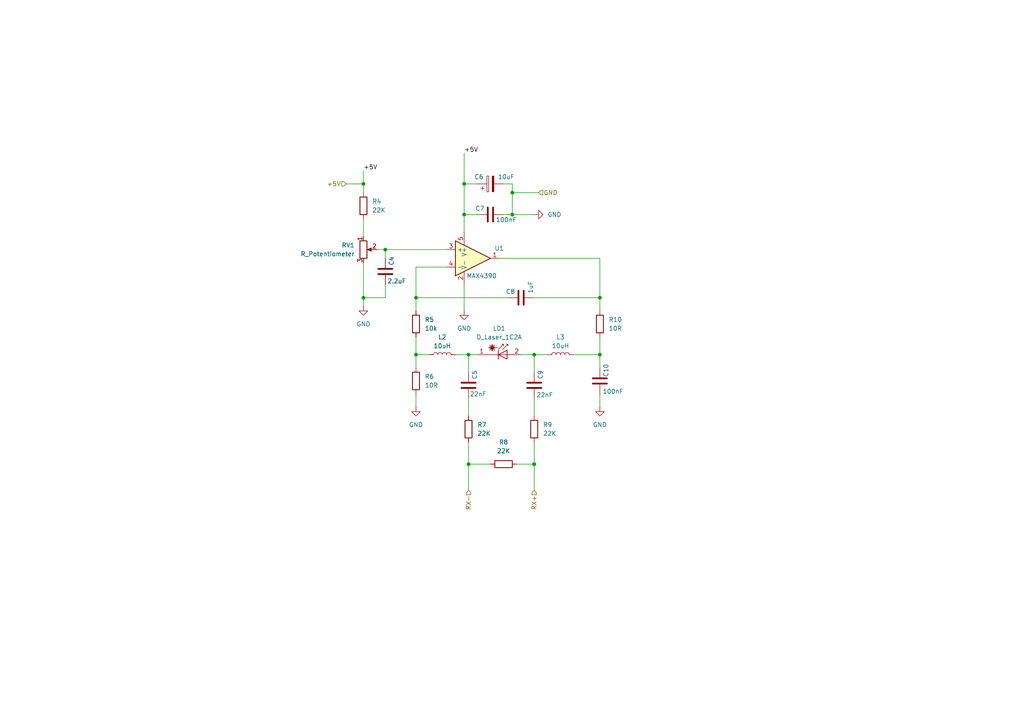
<source format=kicad_sch>
(kicad_sch (version 20231120) (generator "eeschema") (generator_version "8.0")
  (paper "A4")
  (lib_symbols
    (symbol "Device:C" (pin_numbers hide) (pin_names (offset 0.254))
      (property "Reference" "C" (at 0.635 2.54 0))
      (property "Value" "C" (at 0.635 -2.54 0))
      (symbol "C_0_1"
        (polyline (pts (xy -2.032 -0.762) (xy 2.032 -0.762)) (stroke (width 0.508)))
        (polyline (pts (xy -2.032 0.762) (xy 2.032 0.762)) (stroke (width 0.508)))
      )
      (symbol "C_1_1"
        (pin passive line (at 0 3.81 270) (length 2.794) (name "~") (number "1"))
        (pin passive line (at 0 -3.81 90) (length 2.794) (name "~") (number "2"))
      )
    )
    (symbol "Device:C_Polarized" (pin_numbers hide) (pin_names (offset 0.254))
      (property "Reference" "C" (at 0.635 2.54 0))
      (property "Value" "C_Polarized" (at 0.635 -2.54 0))
      (symbol "C_Polarized_0_1"
        (rectangle (start -2.286 0.508) (end 2.286 1.016))
        (polyline (pts (xy -1.778 2.286) (xy -0.762 2.286)))
        (polyline (pts (xy -1.27 2.794) (xy -1.27 1.778)))
        (rectangle (start 2.286 -0.508) (end -2.286 -1.016) (fill (type outline)))
      )
      (symbol "C_Polarized_1_1"
        (pin passive line (at 0 3.81 270) (length 2.794) (name "~") (number "1"))
        (pin passive line (at 0 -3.81 90) (length 2.794) (name "~") (number "2"))
      )
    )
    (symbol "Device:D_Laser_1C2A" (pin_names (offset 1.016) hide)
      (property "Reference" "LD" (at -1.27 4.445 0))
      (property "Value" "D_Laser_1C2A" (at -1.27 -2.54 0))
      (symbol "D_Laser_1C2A_0_1"
        (polyline (pts (xy -4.064 1.27) (xy -2.54 2.794)))
        (polyline (pts (xy -4.064 1.778) (xy -2.54 2.286)))
        (polyline (pts (xy -4.064 2.286) (xy -2.54 1.778)))
        (polyline (pts (xy -4.064 2.794) (xy -2.54 1.27)))
        (polyline (pts (xy -3.556 2.794) (xy -3.048 1.27)))
        (polyline (pts (xy -3.302 2.032) (xy -3.302 1.016)))
        (polyline (pts (xy -3.302 2.032) (xy -3.302 3.048)))
        (polyline (pts (xy -3.048 2.794) (xy -3.556 1.27)))
        (polyline (pts (xy -1.778 2.032) (xy -4.318 2.032)))
        (polyline (pts (xy -1.524 1.27) (xy -1.524 -1.27)) (stroke (width 0.2032)))
        (polyline (pts (xy 1.27 3.048) (xy 0.762 3.048)))
        (polyline (pts (xy 2.54 0) (xy -5.08 0)))
        (polyline (pts (xy -0.254 1.524) (xy 1.27 3.048) (xy 1.27 2.54)))
        (polyline (pts (xy 1.016 1.27) (xy 1.016 -1.27) (xy -1.524 0) (xy 1.016 1.27)) (stroke (width 0.2032)))
        (polyline (pts (xy -1.524 1.524) (xy 0 3.048) (xy 0 2.54) (xy 0 3.048) (xy -0.508 3.048)))
      )
      (symbol "D_Laser_1C2A_1_1"
        (pin passive line (at -7.62 0 0) (length 2.54) (name "K") (number "1"))
        (pin passive line (at 5.08 0 180) (length 2.54) (name "A") (number "2"))
      )
    )
    (symbol "Device:L" (pin_numbers hide) (pin_names (offset 1.016) hide)
      (property "Reference" "L" (at -1.27 0 90))
      (property "Value" "L" (at 1.905 0 90))
      (symbol "L_0_1"
        (arc (start 0 -2.54) (mid 0.6323 -1.905) (end 0 -1.27))
        (arc (start 0 -1.27) (mid 0.6323 -0.635) (end 0 0))
        (arc (start 0 0) (mid 0.6323 0.635) (end 0 1.27))
        (arc (start 0 1.27) (mid 0.6323 1.905) (end 0 2.54))
      )
      (symbol "L_1_1"
        (pin passive line (at 0 3.81 270) (length 1.27) (name "1") (number "1"))
        (pin passive line (at 0 -3.81 90) (length 1.27) (name "2") (number "2"))
      )
    )
    (symbol "Device:R" (pin_numbers hide) (pin_names (offset 0))
      (property "Reference" "R" (at 2.032 0 90))
      (property "Value" "R" (at 0 0 90))
      (symbol "R_0_1"
        (rectangle (start -1.016 -2.54) (end 1.016 2.54) (stroke (width 0.254)))
      )
      (symbol "R_1_1"
        (pin passive line (at 0 3.81 270) (length 1.27) (name "~") (number "1"))
        (pin passive line (at 0 -3.81 90) (length 1.27) (name "~") (number "2"))
      )
    )
    (symbol "Device:R_Potentiometer" (pin_names (offset 1.016) hide)
      (property "Reference" "RV" (at -4.445 0 90))
      (property "Value" "R_Potentiometer" (at -2.54 0 90))
      (symbol "R_Potentiometer_0_1"
        (polyline (pts (xy 2.54 0) (xy 1.524 0)))
        (polyline (pts (xy 1.143 0) (xy 2.286 0.508) (xy 2.286 -0.508) (xy 1.143 0)) (fill (type outline)))
        (rectangle (start 1.016 2.54) (end -1.016 -2.54) (stroke (width 0.254)))
      )
      (symbol "R_Potentiometer_1_1"
        (pin passive line (at 0 3.81 270) (length 1.27) (name "1") (number "1"))
        (pin passive line (at 3.81 0 180) (length 1.27) (name "2") (number "2"))
        (pin passive line (at 0 -3.81 90) (length 1.27) (name "3") (number "3"))
      )
    )
    (symbol "laser_com_lib:MAX4390"
      (property "Reference" "U" (at 0 0 0))
      (property "Value" "MAX4390" (at 6.858 1.524 0))
      (symbol "MAX4390_0_1"
        (polyline (pts (xy 3.81 5.08) (xy -6.35 10.16) (xy -6.35 0) (xy 3.81 5.08)) (stroke (width 0.254)) (fill (type background)))
      )
      (symbol "MAX4390_1_1"
        (pin output line (at 6.35 5.08 180) (length 2.54) (name "~") (number "1"))
        (pin power_in line (at -3.81 -2.54 90) (length 3.81) (name "V-") (number "2"))
        (pin input line (at -8.89 7.62 0) (length 2.54) (name "+") (number "3"))
        (pin input line (at -8.89 2.54 0) (length 2.54) (name "-") (number "4"))
        (pin power_in line (at -3.81 12.7 270) (length 3.81) (name "V+") (number "5"))
      )
    )
    (symbol "power:GND" (power) (pin_numbers hide) (pin_names (offset 0) hide)
      (property "Value" "GND" (at 0 -3.81 0))
      (symbol "GND_0_1"
        (polyline (pts (xy 0 0) (xy 0 -1.27) (xy 1.27 -1.27) (xy 0 -2.54) (xy -1.27 -1.27) (xy 0 -1.27)))
      )
      (symbol "GND_1_1"
        (pin power_in line (at 0 0 270) (length 0) (name "~") (number "1"))
      )
    )
  )
  (junction (at 148.59 55.88))
  (junction (at 154.94 102.87))
  (junction (at 105.41 86.36))
  (junction (at 173.99 86.36))
  (junction (at 154.94 134.62))
  (junction (at 135.89 102.87))
  (junction (at 173.99 102.87))
  (junction (at 120.65 102.87))
  (junction (at 111.76 72.39))
  (junction (at 148.59 62.23))
  (junction (at 134.62 53.34))
  (junction (at 105.41 53.34))
  (junction (at 134.62 62.23))
  (junction (at 135.89 134.62))
  (junction (at 120.65 86.36))
  (wire (pts (xy 166.37 102.87) (xy 173.99 102.87)))
  (wire (pts (xy 149.86 134.62) (xy 154.94 134.62)))
  (wire (pts (xy 134.62 53.34) (xy 134.62 62.23)))
  (wire (pts (xy 100.33 53.34) (xy 105.41 53.34)))
  (wire (pts (xy 120.65 86.36) (xy 147.32 86.36)))
  (wire (pts (xy 120.65 86.36) (xy 120.65 90.17)))
  (wire (pts (xy 120.65 77.47) (xy 120.65 86.36)))
  (wire (pts (xy 105.41 63.5) (xy 105.41 68.58)))
  (wire (pts (xy 173.99 97.79) (xy 173.99 102.87)))
  (wire (pts (xy 135.89 102.87) (xy 135.89 107.95)))
  (wire (pts (xy 148.59 55.88) (xy 148.59 62.23)))
  (wire (pts (xy 154.94 134.62) (xy 154.94 128.27)))
  (wire (pts (xy 148.59 62.23) (xy 146.05 62.23)))
  (wire (pts (xy 151.13 102.87) (xy 154.94 102.87)))
  (wire (pts (xy 173.99 86.36) (xy 173.99 90.17)))
  (wire (pts (xy 120.65 77.47) (xy 129.54 77.47)))
  (wire (pts (xy 134.62 82.55) (xy 134.62 90.17)))
  (wire (pts (xy 120.65 97.79) (xy 120.65 102.87)))
  (wire (pts (xy 111.76 82.55) (xy 111.76 86.36)))
  (wire (pts (xy 148.59 55.88) (xy 156.21 55.88)))
  (wire (pts (xy 146.05 53.34) (xy 148.59 53.34)))
  (wire (pts (xy 135.89 134.62) (xy 135.89 142.24)))
  (wire (pts (xy 111.76 86.36) (xy 105.41 86.36)))
  (wire (pts (xy 105.41 86.36) (xy 105.41 88.9)))
  (wire (pts (xy 173.99 114.3) (xy 173.99 118.11)))
  (wire (pts (xy 120.65 106.68) (xy 120.65 102.87)))
  (wire (pts (xy 120.65 114.3) (xy 120.65 118.11)))
  (wire (pts (xy 135.89 102.87) (xy 138.43 102.87)))
  (wire (pts (xy 154.94 86.36) (xy 173.99 86.36)))
  (wire (pts (xy 154.94 102.87) (xy 154.94 107.95)))
  (wire (pts (xy 105.41 49.53) (xy 105.41 53.34)))
  (wire (pts (xy 109.22 72.39) (xy 111.76 72.39)))
  (wire (pts (xy 134.62 44.45) (xy 134.62 53.34)))
  (wire (pts (xy 135.89 134.62) (xy 142.24 134.62)))
  (wire (pts (xy 148.59 53.34) (xy 148.59 55.88)))
  (wire (pts (xy 105.41 53.34) (xy 105.41 55.88)))
  (wire (pts (xy 105.41 76.2) (xy 105.41 86.36)))
  (wire (pts (xy 111.76 72.39) (xy 111.76 74.93)))
  (wire (pts (xy 144.78 74.93) (xy 173.99 74.93)))
  (wire (pts (xy 135.89 115.57) (xy 135.89 120.65)))
  (wire (pts (xy 134.62 53.34) (xy 138.43 53.34)))
  (wire (pts (xy 154.94 102.87) (xy 158.75 102.87)))
  (wire (pts (xy 173.99 74.93) (xy 173.99 86.36)))
  (wire (pts (xy 132.08 102.87) (xy 135.89 102.87)))
  (wire (pts (xy 154.94 115.57) (xy 154.94 120.65)))
  (wire (pts (xy 134.62 62.23) (xy 134.62 67.31)))
  (wire (pts (xy 111.76 72.39) (xy 129.54 72.39)))
  (wire (pts (xy 134.62 62.23) (xy 138.43 62.23)))
  (wire (pts (xy 154.94 134.62) (xy 154.94 142.24)))
  (wire (pts (xy 135.89 128.27) (xy 135.89 134.62)))
  (wire (pts (xy 120.65 102.87) (xy 124.46 102.87)))
  (wire (pts (xy 148.59 62.23) (xy 154.94 62.23)))
  (wire (pts (xy 173.99 102.87) (xy 173.99 106.68)))
  (label "+5V" (at 105.41 49.53 0))
  (label "+5V" (at 134.62 44.45 0))
  (hierarchical_label "GND" (shape input) (at 156.21 55.88 0))
  (hierarchical_label "+5V" (shape input) (at 100.33 53.34 180))
  (hierarchical_label "RX+" (shape input) (at 154.94 142.24 270))
  (hierarchical_label "RX-" (shape input) (at 135.89 142.24 270))
  (symbol (lib_id "laser_com_lib:MAX4390") (at 138.43 80.01 0) (unit 1)
    (property "Reference" "U1" (at 144.78 72.009 0))
    (property "Value" "MAX4390" (at 139.7 80.01 0))
    (property "Footprint" "Package_TO_SOT_SMD:SOT-23-5_HandSoldering" (effects (hide yes)))
  )
  (symbol (lib_id "Device:R") (at 120.65 110.49 0) (unit 1)
    (property "Reference" "R6" (at 123.19 109.2199 0) (effects (justify left)))
    (property "Value" "10R" (at 123.19 111.7599 0) (effects (justify left)))
    (property "Footprint" "Resistor_SMD:R_0805_2012Metric_Pad1.20x1.40mm_HandSolder" (effects (hide yes)))
    (property "Description" "Resistor" (effects (hide yes)))
  )
  (symbol (lib_id "Device:R_Potentiometer") (at 105.41 72.39 0) (unit 1)
    (property "Reference" "RV1" (at 102.87 71.1199 0) (effects (justify right)))
    (property "Value" "R_Potentiometer" (at 102.87 73.6599 0) (effects (justify right)))
    (property "Footprint" "Potentiometer_SMD:Potentiometer_Bourns_TC33X_Vertical" (effects (hide yes)))
    (property "Datasheet" "https://www.e-komponent.com/20-kohms-j-lead-surface-mount-trimmer-potentiometer-tc33x-2-203e" (effects (hide yes)))
    (property "Description" "Potentiometer" (effects (hide yes)))
  )
  (symbol (lib_id "Device:C") (at 151.13 86.36 270) (unit 1)
    (property "Reference" "C8" (at 148.082 84.582 90))
    (property "Value" "1uF" (at 153.924 83.312 0))
    (property "Footprint" "Capacitor_SMD:C_0805_2012Metric_Pad1.18x1.45mm_HandSolder" (effects (hide yes)))
    (property "Description" "Unpolarized capacitor" (effects (hide yes)))
  )
  (symbol (lib_id "Device:R") (at 173.99 93.98 0) (unit 1)
    (property "Reference" "R10" (at 176.53 92.7099 0) (effects (justify left)))
    (property "Value" "10R" (at 176.53 95.2499 0) (effects (justify left)))
    (property "Footprint" "Resistor_SMD:R_0805_2012Metric_Pad1.20x1.40mm_HandSolder" (effects (hide yes)))
    (property "Description" "Resistor" (effects (hide yes)))
  )
  (symbol (lib_id "Device:C") (at 135.89 111.76 180) (unit 1)
    (property "Reference" "C5" (at 137.668 108.712 90))
    (property "Value" "22nF" (at 138.684 114.3 0))
    (property "Footprint" "Capacitor_SMD:C_0805_2012Metric_Pad1.18x1.45mm_HandSolder" (effects (hide yes)))
    (property "Description" "Unpolarized capacitor" (effects (hide yes)))
  )
  (symbol (lib_id "Device:C_Polarized") (at 142.24 53.34 90) (unit 1)
    (property "Reference" "C6" (at 138.938 51.308 90))
    (property "Value" "10uF" (at 146.812 51.308 90))
    (property "Footprint" "Capacitor_Tantalum_SMD:CP_EIA-3216-18_Kemet-A" (effects (hide yes)))
    (property "Description" "Polarized capacitor" (effects (hide yes)))
  )
  (symbol (lib_id "Device:D_Laser_1C2A") (at 146.05 102.87 0) (unit 1)
    (property "Reference" "LD1" (at 144.78 95.25 0))
    (property "Value" "D_Laser_1C2A" (at 144.78 97.79 0))
    (property "Footprint" "Connector_PinHeader_2.54mm:PinHeader_1x02_P2.54mm_Vertical" (effects (hide yes)))
    (property "Description" "Laser diode, cathode on pin 1, anode on pin 2" (effects (hide yes)))
  )
  (symbol (lib_id "Device:R") (at 135.89 124.46 0) (unit 1)
    (property "Reference" "R7" (at 138.43 123.1899 0) (effects (justify left)))
    (property "Value" "22K" (at 138.43 125.7299 0) (effects (justify left)))
    (property "Footprint" "Resistor_SMD:R_0805_2012Metric_Pad1.20x1.40mm_HandSolder" (effects (hide yes)))
    (property "Description" "Resistor" (effects (hide yes)))
  )
  (symbol (lib_id "power:GND") (at 154.94 62.23 90) (unit 1)
    (property "Reference" "#PWR08" (effects (hide yes)))
    (property "Value" "GND" (at 158.75 62.2299 90) (effects (justify right)))
    (property "Description" "Power symbol creates a global label with name \"GND\" , ground" (effects (hide yes)))
  )
  (symbol (lib_id "power:GND") (at 134.62 90.17 0) (unit 1)
    (property "Reference" "#PWR07" (effects (hide yes)))
    (property "Value" "GND" (at 134.62 95.25 0))
    (property "Description" "Power symbol creates a global label with name \"GND\" , ground" (effects (hide yes)))
  )
  (symbol (lib_id "Device:C") (at 142.24 62.23 270) (unit 1)
    (property "Reference" "C7" (at 139.192 60.452 90))
    (property "Value" "100nF" (at 146.812 63.754 90))
    (property "Footprint" "Capacitor_SMD:C_0805_2012Metric_Pad1.18x1.45mm_HandSolder" (effects (hide yes)))
    (property "Description" "Unpolarized capacitor" (effects (hide yes)))
  )
  (symbol (lib_id "power:GND") (at 120.65 118.11 0) (unit 1)
    (property "Reference" "#PWR06" (effects (hide yes)))
    (property "Value" "GND" (at 120.65 123.19 0))
    (property "Description" "Power symbol creates a global label with name \"GND\" , ground" (effects (hide yes)))
  )
  (symbol (lib_id "power:GND") (at 105.41 88.9 0) (unit 1)
    (property "Reference" "#PWR05" (effects (hide yes)))
    (property "Value" "GND" (at 105.41 93.98 0))
    (property "Description" "Power symbol creates a global label with name \"GND\" , ground" (effects (hide yes)))
  )
  (symbol (lib_id "Device:C") (at 111.76 78.74 180) (unit 1)
    (property "Reference" "C4" (at 113.538 75.692 90))
    (property "Value" "2.2uF" (at 115.062 81.534 0))
    (property "Footprint" "Capacitor_SMD:C_0805_2012Metric_Pad1.18x1.45mm_HandSolder" (effects (hide yes)))
    (property "Description" "Unpolarized capacitor" (effects (hide yes)))
  )
  (symbol (lib_id "Device:R") (at 105.41 59.69 0) (unit 1)
    (property "Reference" "R4" (at 107.95 58.4199 0) (effects (justify left)))
    (property "Value" "22K" (at 107.95 60.9599 0) (effects (justify left)))
    (property "Footprint" "Resistor_SMD:R_0805_2012Metric_Pad1.20x1.40mm_HandSolder" (effects (hide yes)))
    (property "Description" "Resistor" (effects (hide yes)))
  )
  (symbol (lib_id "Device:C") (at 173.99 110.49 180) (unit 1)
    (property "Reference" "C10" (at 175.768 107.442 90))
    (property "Value" "100nF" (at 177.8 113.538 0))
    (property "Footprint" "Capacitor_SMD:C_0805_2012Metric_Pad1.18x1.45mm_HandSolder" (effects (hide yes)))
    (property "Description" "Unpolarized capacitor" (effects (hide yes)))
  )
  (symbol (lib_id "Device:R") (at 120.65 93.98 0) (unit 1)
    (property "Reference" "R5" (at 123.19 92.7099 0) (effects (justify left)))
    (property "Value" "10k" (at 123.19 95.2499 0) (effects (justify left)))
    (property "Footprint" "Resistor_SMD:R_0805_2012Metric_Pad1.20x1.40mm_HandSolder" (effects (hide yes)))
    (property "Description" "Resistor" (effects (hide yes)))
  )
  (symbol (lib_id "Device:L") (at 128.27 102.87 90) (unit 1)
    (property "Reference" "L2" (at 128.27 97.79 90))
    (property "Value" "10uH" (at 128.27 100.33 90))
    (property "Footprint" "Inductor_SMD:L_1206_3216Metric_Pad1.42x1.75mm_HandSolder" (effects (hide yes)))
    (property "Description" "Inductor" (effects (hide yes)))
  )
  (symbol (lib_id "Device:L") (at 162.56 102.87 90) (unit 1)
    (property "Reference" "L3" (at 162.56 97.79 90))
    (property "Value" "10uH" (at 162.56 100.33 90))
    (property "Footprint" "Inductor_SMD:L_1206_3216Metric_Pad1.42x1.75mm_HandSolder" (effects (hide yes)))
    (property "Description" "Inductor" (effects (hide yes)))
  )
  (symbol (lib_id "Device:R") (at 146.05 134.62 90) (unit 1)
    (property "Reference" "R8" (at 146.05 128.27 90))
    (property "Value" "22K" (at 146.05 130.81 90))
    (property "Footprint" "Resistor_SMD:R_0805_2012Metric_Pad1.20x1.40mm_HandSolder" (effects (hide yes)))
    (property "Description" "Resistor" (effects (hide yes)))
  )
  (symbol (lib_id "power:GND") (at 173.99 118.11 0) (unit 1)
    (property "Reference" "#PWR09" (effects (hide yes)))
    (property "Value" "GND" (at 173.99 123.19 0))
    (property "Description" "Power symbol creates a global label with name \"GND\" , ground" (effects (hide yes)))
  )
  (symbol (lib_id "Device:R") (at 154.94 124.46 0) (unit 1)
    (property "Reference" "R9" (at 157.48 123.1899 0) (effects (justify left)))
    (property "Value" "22K" (at 157.48 125.7299 0) (effects (justify left)))
    (property "Footprint" "Resistor_SMD:R_0805_2012Metric_Pad1.20x1.40mm_HandSolder" (effects (hide yes)))
    (property "Description" "Resistor" (effects (hide yes)))
  )
  (symbol (lib_id "Device:C") (at 154.94 111.76 180) (unit 1)
    (property "Reference" "C9" (at 156.718 108.712 90))
    (property "Value" "22nF" (at 157.988 114.554 0))
    (property "Footprint" "Capacitor_SMD:C_0805_2012Metric_Pad1.18x1.45mm_HandSolder" (effects (hide yes)))
    (property "Description" "Unpolarized capacitor" (effects (hide yes)))
  )
)
</source>
